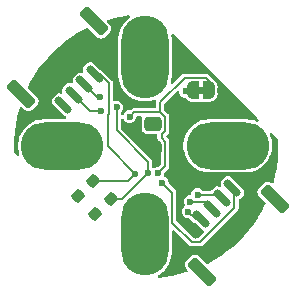
<source format=gbr>
%TF.GenerationSoftware,KiCad,Pcbnew,8.0.7*%
%TF.CreationDate,2025-03-05T23:48:34-06:00*%
%TF.ProjectId,MagEncoder,4d616745-6e63-46f6-9465-722e6b696361,rev?*%
%TF.SameCoordinates,Original*%
%TF.FileFunction,Copper,L2,Bot*%
%TF.FilePolarity,Positive*%
%FSLAX46Y46*%
G04 Gerber Fmt 4.6, Leading zero omitted, Abs format (unit mm)*
G04 Created by KiCad (PCBNEW 8.0.7) date 2025-03-05 23:48:34*
%MOMM*%
%LPD*%
G01*
G04 APERTURE LIST*
G04 Aperture macros list*
%AMRoundRect*
0 Rectangle with rounded corners*
0 $1 Rounding radius*
0 $2 $3 $4 $5 $6 $7 $8 $9 X,Y pos of 4 corners*
0 Add a 4 corners polygon primitive as box body*
4,1,4,$2,$3,$4,$5,$6,$7,$8,$9,$2,$3,0*
0 Add four circle primitives for the rounded corners*
1,1,$1+$1,$2,$3*
1,1,$1+$1,$4,$5*
1,1,$1+$1,$6,$7*
1,1,$1+$1,$8,$9*
0 Add four rect primitives between the rounded corners*
20,1,$1+$1,$2,$3,$4,$5,0*
20,1,$1+$1,$4,$5,$6,$7,0*
20,1,$1+$1,$6,$7,$8,$9,0*
20,1,$1+$1,$8,$9,$2,$3,0*%
%AMFreePoly0*
4,1,19,0.500000,-0.750000,0.000000,-0.750000,0.000000,-0.744911,-0.071157,-0.744911,-0.207708,-0.704816,-0.327430,-0.627875,-0.420627,-0.520320,-0.479746,-0.390866,-0.500000,-0.250000,-0.500000,0.250000,-0.479746,0.390866,-0.420627,0.520320,-0.327430,0.627875,-0.207708,0.704816,-0.071157,0.744911,0.000000,0.744911,0.000000,0.750000,0.500000,0.750000,0.500000,-0.750000,0.500000,-0.750000,
$1*%
%AMFreePoly1*
4,1,19,0.000000,0.744911,0.071157,0.744911,0.207708,0.704816,0.327430,0.627875,0.420627,0.520320,0.479746,0.390866,0.500000,0.250000,0.500000,-0.250000,0.479746,-0.390866,0.420627,-0.520320,0.327430,-0.627875,0.207708,-0.704816,0.071157,-0.744911,0.000000,-0.744911,0.000000,-0.750000,-0.500000,-0.750000,-0.500000,0.750000,0.000000,0.750000,0.000000,0.744911,0.000000,0.744911,
$1*%
G04 Aperture macros list end*
%TA.AperFunction,EtchedComponent*%
%ADD10C,0.000000*%
%TD*%
%TA.AperFunction,SMDPad,CuDef*%
%ADD11FreePoly0,180.000000*%
%TD*%
%TA.AperFunction,SMDPad,CuDef*%
%ADD12FreePoly1,180.000000*%
%TD*%
%TA.AperFunction,SMDPad,CuDef*%
%ADD13RoundRect,0.237500X-0.008839X-0.344715X0.344715X0.008839X0.008839X0.344715X-0.344715X-0.008839X0*%
%TD*%
%TA.AperFunction,SMDPad,CuDef*%
%ADD14RoundRect,0.250000X-0.475000X0.337500X-0.475000X-0.337500X0.475000X-0.337500X0.475000X0.337500X0*%
%TD*%
%TA.AperFunction,SMDPad,CuDef*%
%ADD15RoundRect,0.150000X-0.388909X0.601041X-0.601041X0.388909X0.388909X-0.601041X0.601041X-0.388909X0*%
%TD*%
%TA.AperFunction,SMDPad,CuDef*%
%ADD16RoundRect,0.250000X-0.601041X0.954594X-0.954594X0.601041X0.601041X-0.954594X0.954594X-0.601041X0*%
%TD*%
%TA.AperFunction,ComponentPad*%
%ADD17O,7.000000X4.000000*%
%TD*%
%TA.AperFunction,ComponentPad*%
%ADD18O,4.000000X7.000000*%
%TD*%
%TA.AperFunction,SMDPad,CuDef*%
%ADD19RoundRect,0.150000X0.388909X-0.601041X0.601041X-0.388909X-0.388909X0.601041X-0.601041X0.388909X0*%
%TD*%
%TA.AperFunction,SMDPad,CuDef*%
%ADD20RoundRect,0.250000X0.601041X-0.954594X0.954594X-0.601041X-0.601041X0.954594X-0.954594X0.601041X0*%
%TD*%
%TA.AperFunction,ViaPad*%
%ADD21C,0.600000*%
%TD*%
%TA.AperFunction,Conductor*%
%ADD22C,0.200000*%
%TD*%
G04 APERTURE END LIST*
D10*
%TA.AperFunction,EtchedComponent*%
%TO.C,JP1*%
G36*
X151283345Y-91705687D02*
G01*
X150783345Y-91705687D01*
X150783345Y-91105687D01*
X151283345Y-91105687D01*
X151283345Y-91705687D01*
G37*
%TD.AperFunction*%
%TD*%
D11*
%TO.P,JP1,1,A*%
%TO.N,/VDD{slash}CSN*%
X151683345Y-91405687D03*
D12*
%TO.P,JP1,2,B*%
%TO.N,+5V*%
X150383345Y-91405687D03*
%TD*%
D13*
%TO.P,R2,1*%
%TO.N,+5V*%
X140604765Y-100395235D03*
%TO.P,R2,2*%
%TO.N,/SDA{slash}DO*%
X141895235Y-99104765D03*
%TD*%
%TO.P,R1,1*%
%TO.N,+5V*%
X142104765Y-101895235D03*
%TO.P,R1,2*%
%TO.N,/SCL{slash}CLK*%
X143395235Y-100604765D03*
%TD*%
D14*
%TO.P,C1,1*%
%TO.N,+5V*%
X147000000Y-94250000D03*
%TO.P,C1,2*%
%TO.N,GND*%
X147000000Y-96325000D03*
%TD*%
D15*
%TO.P,J2,1,Pin_1*%
%TO.N,Net-(J2-Pin_1)*%
X153709619Y-99674086D03*
%TO.P,J2,2,Pin_2*%
%TO.N,Net-(J2-Pin_2)*%
X152825736Y-100557969D03*
%TO.P,J2,3,Pin_3*%
%TO.N,Net-(J2-Pin_3)*%
X151941852Y-101441852D03*
%TO.P,J2,4,Pin_4*%
%TO.N,Net-(J2-Pin_4)*%
X151057969Y-102325736D03*
%TO.P,J2,5,Pin_5*%
%TO.N,GND*%
X150174086Y-103209619D03*
D16*
%TO.P,J2,MP*%
%TO.N,N/C*%
X157280509Y-100628680D03*
X151128680Y-106780509D03*
%TD*%
D17*
%TO.P,REF\u002A\u002A,1*%
%TO.N,N/C*%
X153308345Y-96105687D03*
D18*
X146308345Y-88605687D03*
X146308345Y-103605687D03*
D17*
X139308345Y-96105687D03*
%TD*%
D19*
%TO.P,J1,1,Pin_1*%
%TO.N,+5V*%
X139398726Y-92681601D03*
%TO.P,J1,2,Pin_2*%
%TO.N,/VDD{slash}CSN*%
X140282609Y-91797718D03*
%TO.P,J1,3,Pin_3*%
%TO.N,/SCL{slash}CLK*%
X141166493Y-90913835D03*
%TO.P,J1,4,Pin_4*%
%TO.N,/SDA{slash}DO*%
X142050376Y-90029951D03*
%TO.P,J1,5,Pin_5*%
%TO.N,GND*%
X142934259Y-89146068D03*
D20*
%TO.P,J1,MP*%
%TO.N,N/C*%
X135827836Y-91727007D03*
X141979665Y-85575178D03*
%TD*%
D21*
%TO.N,+5V*%
X139500000Y-92750000D03*
%TO.N,GND*%
X138000000Y-93000000D03*
X150174086Y-103209619D03*
X144665197Y-92634469D03*
X148750000Y-93000000D03*
%TO.N,Net-(J2-Pin_2)*%
X150750000Y-100250000D03*
%TO.N,Net-(J2-Pin_3)*%
X150148957Y-100851043D03*
%TO.N,Net-(J2-Pin_4)*%
X149958798Y-101679502D03*
%TO.N,/VDD{slash}CSN*%
X142595137Y-93154863D03*
X144990857Y-93648777D03*
%TO.N,/SCL{slash}CLK*%
X142500000Y-92000000D03*
X143894142Y-92849660D03*
%TO.N,Net-(J2-Pin_1)*%
X147751975Y-99231877D03*
%TO.N,GND*%
X145321768Y-94431721D03*
%TO.N,/VDD{slash}CSN*%
X147393729Y-98438143D03*
%TO.N,/SDA{slash}DO*%
X145462615Y-98479391D03*
%TO.N,/SCL{slash}CLK*%
X146545949Y-98376709D03*
%TO.N,+5V*%
X140604765Y-100395235D03*
X142104765Y-101895235D03*
X147000000Y-94250000D03*
%TO.N,GND*%
X146308345Y-96055687D03*
%TO.N,+5V*%
X149750000Y-91500000D03*
%TD*%
D22*
%TO.N,/VDD{slash}CSN*%
X145389634Y-93250000D02*
X144990857Y-93648777D01*
X147597244Y-93250000D02*
X145389634Y-93250000D01*
%TO.N,/SDA{slash}DO*%
X143150000Y-93519239D02*
X143150000Y-96166776D01*
%TO.N,/SCL{slash}CLK*%
X143894142Y-94816386D02*
X143894142Y-92849660D01*
%TO.N,/SDA{slash}DO*%
X143245137Y-90800448D02*
X143245137Y-93424102D01*
%TO.N,/VDD{slash}CSN*%
X140282609Y-91797718D02*
X141639754Y-93154863D01*
%TO.N,/SDA{slash}DO*%
X142474640Y-90029951D02*
X143245137Y-90800448D01*
X143245137Y-93424102D02*
X143150000Y-93519239D01*
%TO.N,/SCL{slash}CLK*%
X146545949Y-97468193D02*
X143894142Y-94816386D01*
%TO.N,/SDA{slash}DO*%
X143150000Y-96166776D02*
X145462615Y-98479391D01*
%TO.N,/SCL{slash}CLK*%
X146545949Y-98376709D02*
X146545949Y-97468193D01*
%TO.N,/SDA{slash}DO*%
X142050376Y-90029951D02*
X142474640Y-90029951D01*
%TO.N,/VDD{slash}CSN*%
X141639754Y-93154863D02*
X142595137Y-93154863D01*
%TO.N,Net-(J2-Pin_1)*%
X147751975Y-99231877D02*
X148608345Y-100088247D01*
X148608345Y-100088247D02*
X148608345Y-102608345D01*
X148608345Y-102608345D02*
X150263598Y-104263598D01*
X150263598Y-104263598D02*
X150986402Y-104263598D01*
X150986402Y-104263598D02*
X153879715Y-101370285D01*
X153879715Y-101370285D02*
X153879715Y-99844182D01*
X153879715Y-99844182D02*
X153709619Y-99674086D01*
%TO.N,/VDD{slash}CSN*%
X147709744Y-95137500D02*
X147709744Y-95437500D01*
X148025000Y-94822244D02*
X147709744Y-95137500D01*
X148025000Y-95752756D02*
X148025000Y-97806872D01*
X147709744Y-95437500D02*
X148025000Y-95752756D01*
X147597244Y-93250000D02*
X148025000Y-93677756D01*
X148025000Y-93677756D02*
X148025000Y-94822244D01*
%TO.N,/SCL{slash}CLK*%
X143395235Y-100604765D02*
X144317893Y-100604765D01*
X144317893Y-100604765D02*
X146545949Y-98376709D01*
%TO.N,/VDD{slash}CSN*%
X148025000Y-97806872D02*
X147393729Y-98438143D01*
%TO.N,Net-(J2-Pin_2)*%
X150750000Y-100250000D02*
X152517767Y-100250000D01*
X152517767Y-100250000D02*
X152825736Y-100557969D01*
%TO.N,Net-(J2-Pin_3)*%
X151941852Y-101441852D02*
X151351043Y-100851043D01*
%TO.N,Net-(J2-Pin_4)*%
X150605032Y-102325736D02*
X149958798Y-101679502D01*
X151057969Y-102325736D02*
X150605032Y-102325736D01*
%TO.N,Net-(J2-Pin_3)*%
X151351043Y-100851043D02*
X150148957Y-100851043D01*
%TO.N,/SDA{slash}DO*%
X141895235Y-99104765D02*
X144837241Y-99104765D01*
X144837241Y-99104765D02*
X145462615Y-98479391D01*
%TO.N,/VDD{slash}CSN*%
X151758345Y-91405687D02*
X151758345Y-90650687D01*
X151758345Y-90650687D02*
X151458345Y-90350687D01*
X151458345Y-90350687D02*
X149649313Y-90350687D01*
X149649313Y-90350687D02*
X147597244Y-92402756D01*
X147597244Y-92402756D02*
X147597244Y-93250000D01*
%TO.N,/SCL{slash}CLK*%
X142500000Y-92000000D02*
X142252658Y-92000000D01*
X142252658Y-92000000D02*
X141166493Y-90913835D01*
%TD*%
%TA.AperFunction,Conductor*%
%TO.N,GND*%
G36*
X148725675Y-86653266D02*
G01*
X148745376Y-86669391D01*
X155879153Y-93851965D01*
X155884720Y-93857570D01*
X155917995Y-93919007D01*
X155912773Y-93988681D01*
X155870712Y-94044472D01*
X155805164Y-94068665D01*
X155749288Y-94059513D01*
X155533312Y-93970053D01*
X155533300Y-93970049D01*
X155533297Y-93970048D01*
X155248338Y-93893694D01*
X155199458Y-93887258D01*
X154955858Y-93855187D01*
X154955851Y-93855187D01*
X151660839Y-93855187D01*
X151660831Y-93855187D01*
X151382430Y-93891840D01*
X151368352Y-93893694D01*
X151174183Y-93945721D01*
X151083393Y-93970048D01*
X151083383Y-93970051D01*
X150810844Y-94082941D01*
X150810834Y-94082945D01*
X150555351Y-94230448D01*
X150321304Y-94410039D01*
X150321297Y-94410045D01*
X150112703Y-94618639D01*
X150112697Y-94618646D01*
X149933106Y-94852693D01*
X149785603Y-95108176D01*
X149785599Y-95108186D01*
X149672709Y-95380725D01*
X149672706Y-95380735D01*
X149599831Y-95652712D01*
X149596353Y-95665691D01*
X149596351Y-95665702D01*
X149557845Y-95958173D01*
X149557845Y-96253200D01*
X149559248Y-96263853D01*
X149596352Y-96545680D01*
X149649217Y-96742975D01*
X149672706Y-96830638D01*
X149672709Y-96830648D01*
X149785599Y-97103187D01*
X149785603Y-97103197D01*
X149933106Y-97358680D01*
X150112697Y-97592727D01*
X150112703Y-97592734D01*
X150321297Y-97801328D01*
X150321304Y-97801334D01*
X150555351Y-97980925D01*
X150810834Y-98128428D01*
X150810835Y-98128428D01*
X150810838Y-98128430D01*
X151083393Y-98241326D01*
X151368352Y-98317680D01*
X151660839Y-98356187D01*
X151660846Y-98356187D01*
X154955844Y-98356187D01*
X154955851Y-98356187D01*
X155248338Y-98317680D01*
X155533297Y-98241326D01*
X155805852Y-98128430D01*
X156061339Y-97980925D01*
X156295387Y-97801333D01*
X156503991Y-97592729D01*
X156683583Y-97358681D01*
X156831088Y-97103194D01*
X156943984Y-96830639D01*
X157020338Y-96545680D01*
X157058845Y-96253193D01*
X157058845Y-95958181D01*
X157020338Y-95665694D01*
X156943984Y-95380735D01*
X156916282Y-95313856D01*
X156860216Y-95178500D01*
X156852747Y-95109030D01*
X156884022Y-95046551D01*
X156944111Y-95010899D01*
X157013936Y-95013393D01*
X157062755Y-95043664D01*
X157217848Y-95199817D01*
X157512412Y-95496397D01*
X157545687Y-95557834D01*
X157548231Y-95576727D01*
X157572363Y-96000384D01*
X157572564Y-96007701D01*
X157571189Y-96650763D01*
X157570957Y-96658079D01*
X157531645Y-97299920D01*
X157530982Y-97307209D01*
X157453869Y-97945618D01*
X157452777Y-97952855D01*
X157338136Y-98585580D01*
X157336620Y-98592740D01*
X157186679Y-99210061D01*
X157151727Y-99270561D01*
X157089616Y-99302560D01*
X157020064Y-99295899D01*
X156988377Y-99277346D01*
X156952841Y-99248709D01*
X156952837Y-99248707D01*
X156821925Y-99188920D01*
X156699949Y-99171383D01*
X156679468Y-99168439D01*
X156679467Y-99168439D01*
X156537011Y-99188920D01*
X156406097Y-99248707D01*
X156406092Y-99248710D01*
X156359417Y-99286324D01*
X156359410Y-99286330D01*
X155938161Y-99707580D01*
X155938152Y-99707590D01*
X155900537Y-99754265D01*
X155840749Y-99885182D01*
X155820268Y-100027638D01*
X155840749Y-100170096D01*
X155900536Y-100301009D01*
X155900537Y-100301010D01*
X155900538Y-100301012D01*
X155938157Y-100347695D01*
X155938160Y-100347698D01*
X155938165Y-100347704D01*
X156485078Y-100894616D01*
X156518563Y-100955939D01*
X156513579Y-101025630D01*
X156510851Y-101032339D01*
X156505592Y-101044262D01*
X156502444Y-101050865D01*
X156208686Y-101622900D01*
X156205151Y-101629310D01*
X155878159Y-102183008D01*
X155874253Y-102189197D01*
X155515162Y-102722639D01*
X155510897Y-102728588D01*
X155120954Y-103239918D01*
X155116346Y-103245604D01*
X154696917Y-103733034D01*
X154691981Y-103738439D01*
X154244530Y-104200266D01*
X154239285Y-104205370D01*
X153765354Y-104640004D01*
X153759816Y-104644790D01*
X153261059Y-105050712D01*
X153255248Y-105055162D01*
X152733433Y-105430932D01*
X152727370Y-105435032D01*
X152184277Y-105779371D01*
X152177983Y-105783106D01*
X151625705Y-106089160D01*
X151557526Y-106104438D01*
X151491910Y-106080430D01*
X151477925Y-106068387D01*
X150847695Y-105438158D01*
X150801012Y-105400538D01*
X150801008Y-105400536D01*
X150670096Y-105340749D01*
X150548120Y-105323212D01*
X150527639Y-105320268D01*
X150527638Y-105320268D01*
X150385182Y-105340749D01*
X150254268Y-105400536D01*
X150254263Y-105400539D01*
X150207588Y-105438153D01*
X150207581Y-105438159D01*
X149786332Y-105859409D01*
X149786323Y-105859419D01*
X149748708Y-105906094D01*
X149688920Y-106037011D01*
X149668439Y-106179467D01*
X149688920Y-106321925D01*
X149748707Y-106452838D01*
X149748708Y-106452839D01*
X149748709Y-106452841D01*
X149786328Y-106499524D01*
X149900422Y-106613618D01*
X149933906Y-106674939D01*
X149928922Y-106744631D01*
X149887051Y-106800565D01*
X149852796Y-106818650D01*
X149811786Y-106832648D01*
X149804792Y-106834807D01*
X149185031Y-107006262D01*
X149177923Y-107008005D01*
X148549112Y-107142598D01*
X148541912Y-107143918D01*
X147906263Y-107241175D01*
X147898998Y-107242068D01*
X147521522Y-107277195D01*
X147452948Y-107263806D01*
X147402497Y-107215469D01*
X147386188Y-107147529D01*
X147409199Y-107081558D01*
X147448029Y-107046344D01*
X147561339Y-106980925D01*
X147795387Y-106801333D01*
X148003991Y-106592729D01*
X148183583Y-106358681D01*
X148331088Y-106103194D01*
X148443984Y-105830639D01*
X148520338Y-105545680D01*
X148558845Y-105253193D01*
X148558845Y-103353888D01*
X148578530Y-103286849D01*
X148631334Y-103241094D01*
X148700492Y-103231150D01*
X148764048Y-103260175D01*
X148770526Y-103266207D01*
X149983129Y-104478810D01*
X150048386Y-104544067D01*
X150048389Y-104544068D01*
X150048392Y-104544071D01*
X150128304Y-104590209D01*
X150128305Y-104590209D01*
X150128310Y-104590212D01*
X150217454Y-104614098D01*
X150217456Y-104614098D01*
X151032544Y-104614098D01*
X151032546Y-104614098D01*
X151121690Y-104590212D01*
X151201614Y-104544068D01*
X154160184Y-101585498D01*
X154206329Y-101505573D01*
X154208393Y-101497871D01*
X154230215Y-101416429D01*
X154230215Y-100737676D01*
X154249900Y-100670637D01*
X154281330Y-100637358D01*
X154307086Y-100618645D01*
X154359437Y-100580610D01*
X154616142Y-100323904D01*
X154671956Y-100247084D01*
X154711159Y-100126428D01*
X154711159Y-99999562D01*
X154671956Y-99878905D01*
X154659610Y-99861913D01*
X154634642Y-99827547D01*
X154616143Y-99802086D01*
X154100381Y-99286324D01*
X153581619Y-98767562D01*
X153504802Y-98711750D01*
X153504800Y-98711749D01*
X153474635Y-98701948D01*
X153384146Y-98672546D01*
X153384143Y-98672546D01*
X153257277Y-98672546D01*
X153257273Y-98672546D01*
X153136620Y-98711749D01*
X153059804Y-98767559D01*
X153059798Y-98767564D01*
X152803099Y-99024264D01*
X152803095Y-99024268D01*
X152747283Y-99101085D01*
X152747282Y-99101088D01*
X152708079Y-99221740D01*
X152708079Y-99348607D01*
X152708080Y-99348615D01*
X152732899Y-99425001D01*
X152734894Y-99494842D01*
X152698813Y-99554674D01*
X152636112Y-99585502D01*
X152576651Y-99581249D01*
X152500265Y-99556430D01*
X152500261Y-99556429D01*
X152500260Y-99556429D01*
X152373394Y-99556429D01*
X152373390Y-99556429D01*
X152252737Y-99595632D01*
X152175921Y-99651442D01*
X152175915Y-99651447D01*
X151964183Y-99863181D01*
X151902860Y-99896666D01*
X151876502Y-99899500D01*
X151236092Y-99899500D01*
X151169053Y-99879815D01*
X151149587Y-99861913D01*
X151148372Y-99863129D01*
X151142627Y-99857384D01*
X151142621Y-99857379D01*
X151027625Y-99769139D01*
X151027624Y-99769138D01*
X151027622Y-99769137D01*
X150893712Y-99713671D01*
X150893710Y-99713670D01*
X150893709Y-99713670D01*
X150821854Y-99704210D01*
X150750001Y-99694750D01*
X150749999Y-99694750D01*
X150606291Y-99713670D01*
X150606287Y-99713671D01*
X150472377Y-99769137D01*
X150357379Y-99857379D01*
X150269137Y-99972377D01*
X150213671Y-100106287D01*
X150213670Y-100106291D01*
X150201842Y-100196132D01*
X150173575Y-100260028D01*
X150115251Y-100298499D01*
X150095089Y-100302885D01*
X150005248Y-100314713D01*
X150005244Y-100314714D01*
X149871334Y-100370180D01*
X149756336Y-100458422D01*
X149668094Y-100573420D01*
X149612628Y-100707330D01*
X149612627Y-100707334D01*
X149593707Y-100851043D01*
X149607801Y-100958099D01*
X149612627Y-100994751D01*
X149656832Y-101101475D01*
X149664300Y-101170944D01*
X149633024Y-101233423D01*
X149617758Y-101247301D01*
X149566178Y-101286880D01*
X149477935Y-101401879D01*
X149422469Y-101535789D01*
X149422468Y-101535793D01*
X149403548Y-101679501D01*
X149403548Y-101679502D01*
X149422468Y-101823210D01*
X149422469Y-101823214D01*
X149477935Y-101957124D01*
X149477936Y-101957126D01*
X149477937Y-101957127D01*
X149566177Y-102072123D01*
X149681173Y-102160363D01*
X149681174Y-102160363D01*
X149681175Y-102160364D01*
X149725811Y-102178852D01*
X149815089Y-102215832D01*
X149958798Y-102234752D01*
X149966927Y-102234752D01*
X149966927Y-102238330D01*
X150019768Y-102246533D01*
X150054676Y-102271062D01*
X150389820Y-102606206D01*
X150467773Y-102651212D01*
X150469744Y-102652350D01*
X150558888Y-102676236D01*
X150578583Y-102676236D01*
X150645622Y-102695921D01*
X150666264Y-102712555D01*
X151185969Y-103232259D01*
X151262788Y-103288073D01*
X151262790Y-103288073D01*
X151263172Y-103288351D01*
X151305837Y-103343682D01*
X151311816Y-103413295D01*
X151279210Y-103475090D01*
X151277967Y-103476350D01*
X150877539Y-103876779D01*
X150816216Y-103910264D01*
X150789858Y-103913098D01*
X150460141Y-103913098D01*
X150393102Y-103893413D01*
X150372460Y-103876779D01*
X148995164Y-102499482D01*
X148961679Y-102438159D01*
X148958845Y-102411801D01*
X148958845Y-100042105D01*
X148958845Y-100042103D01*
X148934959Y-99952959D01*
X148909089Y-99908151D01*
X148888815Y-99873035D01*
X148343535Y-99327755D01*
X148310050Y-99266432D01*
X148308958Y-99240006D01*
X148307225Y-99240006D01*
X148307225Y-99231877D01*
X148304353Y-99210061D01*
X148288305Y-99088168D01*
X148241869Y-98976060D01*
X148232837Y-98954254D01*
X148232836Y-98954253D01*
X148232836Y-98954252D01*
X148144596Y-98839256D01*
X148029600Y-98751016D01*
X148029596Y-98751014D01*
X147999389Y-98738502D01*
X147944985Y-98694661D01*
X147922920Y-98628367D01*
X147929810Y-98590200D01*
X147927955Y-98589703D01*
X147930055Y-98581860D01*
X147930059Y-98581852D01*
X147948979Y-98438143D01*
X147948979Y-98438142D01*
X147948979Y-98430014D01*
X147952778Y-98430014D01*
X147960117Y-98378561D01*
X147985283Y-98342269D01*
X148305470Y-98022084D01*
X148351614Y-97942160D01*
X148356442Y-97924141D01*
X148375500Y-97853016D01*
X148375500Y-95706612D01*
X148351614Y-95617468D01*
X148351611Y-95617462D01*
X148305473Y-95537550D01*
X148305470Y-95537547D01*
X148305469Y-95537544D01*
X148240212Y-95472287D01*
X148143104Y-95375178D01*
X148109621Y-95313856D01*
X148114605Y-95244165D01*
X148143102Y-95199822D01*
X148305469Y-95037456D01*
X148351614Y-94957532D01*
X148353462Y-94950636D01*
X148375500Y-94868388D01*
X148375500Y-93631612D01*
X148351614Y-93542468D01*
X148351611Y-93542462D01*
X148305473Y-93462550D01*
X148305470Y-93462547D01*
X148305469Y-93462544D01*
X148240212Y-93397287D01*
X148117526Y-93274601D01*
X147984063Y-93141137D01*
X147950578Y-93079814D01*
X147947744Y-93053456D01*
X147947744Y-92599299D01*
X147967429Y-92532260D01*
X147984058Y-92511623D01*
X148993793Y-91501887D01*
X149055114Y-91468404D01*
X149124806Y-91473388D01*
X149180739Y-91515260D01*
X149204411Y-91573383D01*
X149213670Y-91643708D01*
X149213671Y-91643712D01*
X149269137Y-91777622D01*
X149269138Y-91777624D01*
X149269139Y-91777625D01*
X149357379Y-91892621D01*
X149472375Y-91980861D01*
X149472376Y-91980861D01*
X149472377Y-91980862D01*
X149488077Y-91987365D01*
X149606291Y-92036330D01*
X149681261Y-92046200D01*
X149745158Y-92074467D01*
X149762396Y-92092758D01*
X149762399Y-92092756D01*
X149762454Y-92092820D01*
X149764328Y-92094808D01*
X149765289Y-92096091D01*
X149765293Y-92096096D01*
X149765298Y-92096103D01*
X149859452Y-92204764D01*
X149880907Y-92223355D01*
X149914414Y-92252389D01*
X150035362Y-92330118D01*
X150035365Y-92330119D01*
X150035368Y-92330121D01*
X150101519Y-92360331D01*
X150239474Y-92400838D01*
X150311456Y-92411187D01*
X150311458Y-92411187D01*
X150883347Y-92411187D01*
X150883348Y-92411186D01*
X150981121Y-92391738D01*
X150981126Y-92391734D01*
X150985885Y-92389764D01*
X151055354Y-92382291D01*
X151080805Y-92389764D01*
X151085564Y-92391735D01*
X151085569Y-92391738D01*
X151085573Y-92391738D01*
X151085574Y-92391739D01*
X151183340Y-92411186D01*
X151183343Y-92411187D01*
X151183345Y-92411187D01*
X151755232Y-92411187D01*
X151755234Y-92411187D01*
X151827216Y-92400838D01*
X151965171Y-92360331D01*
X152031322Y-92330121D01*
X152055799Y-92314391D01*
X152066912Y-92307249D01*
X152152276Y-92252389D01*
X152207238Y-92204764D01*
X152223852Y-92185590D01*
X152301383Y-92096114D01*
X152301385Y-92096111D01*
X152301392Y-92096103D01*
X152340708Y-92034926D01*
X152340711Y-92034918D01*
X152340714Y-92034914D01*
X152378719Y-91951694D01*
X152400436Y-91904141D01*
X152420924Y-91834364D01*
X152441386Y-91692049D01*
X152441386Y-91619326D01*
X152440107Y-91610429D01*
X152438845Y-91592784D01*
X152438845Y-91218589D01*
X152440107Y-91200943D01*
X152441386Y-91192048D01*
X152441386Y-91119325D01*
X152423121Y-90992287D01*
X152420925Y-90977015D01*
X152415262Y-90957727D01*
X152400436Y-90907233D01*
X152365461Y-90830648D01*
X152340714Y-90776459D01*
X152340705Y-90776443D01*
X152307876Y-90725361D01*
X152301392Y-90715271D01*
X152301388Y-90715266D01*
X152301383Y-90715259D01*
X152207238Y-90606609D01*
X152152275Y-90558984D01*
X152110562Y-90532177D01*
X152070212Y-90489856D01*
X152065845Y-90482292D01*
X152038817Y-90435478D01*
X152038813Y-90435473D01*
X151673558Y-90070218D01*
X151673553Y-90070214D01*
X151593635Y-90024074D01*
X151593634Y-90024073D01*
X151593633Y-90024073D01*
X151504489Y-90000187D01*
X149695457Y-90000187D01*
X149603169Y-90000187D01*
X149514025Y-90024073D01*
X149514022Y-90024074D01*
X149434104Y-90070214D01*
X149434099Y-90070218D01*
X148687139Y-90817177D01*
X148625816Y-90850662D01*
X148556124Y-90845678D01*
X148500191Y-90803806D01*
X148475774Y-90738342D01*
X148479682Y-90697410D01*
X148520338Y-90545680D01*
X148558845Y-90253193D01*
X148558845Y-86958181D01*
X148557474Y-86947771D01*
X148534460Y-86772962D01*
X148545225Y-86703926D01*
X148591605Y-86651670D01*
X148658874Y-86632785D01*
X148725675Y-86653266D01*
G37*
%TD.AperFunction*%
%TA.AperFunction,Conductor*%
G36*
X145995634Y-93620185D02*
G01*
X146041389Y-93672989D01*
X146051333Y-93742147D01*
X146044777Y-93767832D01*
X146030910Y-93805011D01*
X146030909Y-93805015D01*
X146030909Y-93805017D01*
X146024500Y-93864627D01*
X146024500Y-93864634D01*
X146024500Y-93864635D01*
X146024500Y-94635370D01*
X146024501Y-94635376D01*
X146030908Y-94694983D01*
X146081202Y-94829828D01*
X146081206Y-94829835D01*
X146167452Y-94945044D01*
X146167455Y-94945047D01*
X146282664Y-95031293D01*
X146282671Y-95031297D01*
X146417517Y-95081591D01*
X146417516Y-95081591D01*
X146424444Y-95082335D01*
X146477127Y-95088000D01*
X147235244Y-95087999D01*
X147302283Y-95107683D01*
X147348038Y-95160487D01*
X147359244Y-95211999D01*
X147359244Y-95483644D01*
X147383130Y-95572788D01*
X147408922Y-95617462D01*
X147429275Y-95652713D01*
X147638181Y-95861618D01*
X147671666Y-95922941D01*
X147674500Y-95949299D01*
X147674500Y-97610327D01*
X147654815Y-97677366D01*
X147638181Y-97698009D01*
X147489606Y-97846583D01*
X147428283Y-97880067D01*
X147401857Y-97881351D01*
X147401857Y-97882893D01*
X147393729Y-97882893D01*
X147250020Y-97901813D01*
X147250016Y-97901814D01*
X147116105Y-97957281D01*
X147116103Y-97957282D01*
X147095935Y-97972758D01*
X147030766Y-97997952D01*
X146962321Y-97983913D01*
X146912331Y-97935099D01*
X146896449Y-97874382D01*
X146896449Y-97422051D01*
X146896449Y-97422049D01*
X146872563Y-97332905D01*
X146872560Y-97332899D01*
X146826422Y-97252987D01*
X146826419Y-97252984D01*
X146826418Y-97252981D01*
X146761161Y-97187724D01*
X144280961Y-94707523D01*
X144247476Y-94646200D01*
X144244642Y-94619842D01*
X144244642Y-93909169D01*
X144264327Y-93842130D01*
X144317131Y-93796375D01*
X144386289Y-93786431D01*
X144449845Y-93815456D01*
X144483203Y-93861717D01*
X144509994Y-93926399D01*
X144509995Y-93926401D01*
X144509996Y-93926402D01*
X144598236Y-94041398D01*
X144713232Y-94129638D01*
X144847148Y-94185107D01*
X144974137Y-94201825D01*
X144990856Y-94204027D01*
X144990857Y-94204027D01*
X144990858Y-94204027D01*
X145005834Y-94202055D01*
X145134566Y-94185107D01*
X145268482Y-94129638D01*
X145383478Y-94041398D01*
X145471718Y-93926402D01*
X145527187Y-93792486D01*
X145538269Y-93708314D01*
X145566536Y-93644417D01*
X145624861Y-93605947D01*
X145661208Y-93600500D01*
X145928595Y-93600500D01*
X145995634Y-93620185D01*
G37*
%TD.AperFunction*%
%TA.AperFunction,Conductor*%
G36*
X144962572Y-85075825D02*
G01*
X145014122Y-85122988D01*
X145031991Y-85190534D01*
X145010505Y-85257018D01*
X144983523Y-85285565D01*
X144821297Y-85410045D01*
X144612703Y-85618639D01*
X144612697Y-85618646D01*
X144433106Y-85852693D01*
X144285603Y-86108176D01*
X144285599Y-86108186D01*
X144172709Y-86380725D01*
X144172706Y-86380735D01*
X144096353Y-86665691D01*
X144096351Y-86665702D01*
X144057845Y-86958173D01*
X144057845Y-90253200D01*
X144081843Y-90435473D01*
X144096352Y-90545680D01*
X144172706Y-90830638D01*
X144172709Y-90830648D01*
X144285599Y-91103187D01*
X144285603Y-91103197D01*
X144433106Y-91358680D01*
X144612697Y-91592727D01*
X144612703Y-91592734D01*
X144821297Y-91801328D01*
X144821304Y-91801334D01*
X145055351Y-91980925D01*
X145310834Y-92128428D01*
X145310835Y-92128428D01*
X145310838Y-92128430D01*
X145583393Y-92241326D01*
X145868352Y-92317680D01*
X146144956Y-92354096D01*
X146160390Y-92356128D01*
X146160839Y-92356187D01*
X146160846Y-92356187D01*
X146455844Y-92356187D01*
X146455851Y-92356187D01*
X146748338Y-92317680D01*
X147033297Y-92241326D01*
X147076683Y-92223354D01*
X147146150Y-92215886D01*
X147208630Y-92247160D01*
X147244283Y-92307249D01*
X147246741Y-92348485D01*
X147246744Y-92348485D01*
X147246744Y-92348542D01*
X147247075Y-92354096D01*
X147246744Y-92356610D01*
X147246744Y-92775500D01*
X147227059Y-92842539D01*
X147174255Y-92888294D01*
X147122744Y-92899500D01*
X145343490Y-92899500D01*
X145254346Y-92923386D01*
X145254343Y-92923387D01*
X145174424Y-92969528D01*
X145086732Y-93057218D01*
X145025408Y-93090702D01*
X144998985Y-93091962D01*
X144998985Y-93093527D01*
X144990857Y-93093527D01*
X144847148Y-93112447D01*
X144847144Y-93112448D01*
X144713234Y-93167914D01*
X144598236Y-93256156D01*
X144540485Y-93331419D01*
X144509994Y-93371155D01*
X144483203Y-93435836D01*
X144439362Y-93490240D01*
X144373068Y-93512305D01*
X144305369Y-93495026D01*
X144257758Y-93443889D01*
X144244642Y-93388384D01*
X144244642Y-93335752D01*
X144264327Y-93268713D01*
X144282256Y-93249269D01*
X144281016Y-93248029D01*
X144286761Y-93242283D01*
X144286763Y-93242281D01*
X144375003Y-93127285D01*
X144430472Y-92993369D01*
X144449392Y-92849660D01*
X144448454Y-92842539D01*
X144442756Y-92799257D01*
X144430472Y-92705951D01*
X144375003Y-92572035D01*
X144286763Y-92457039D01*
X144171767Y-92368799D01*
X144171766Y-92368798D01*
X144171764Y-92368797D01*
X144037854Y-92313331D01*
X144037852Y-92313330D01*
X144037851Y-92313330D01*
X143965996Y-92303870D01*
X143894143Y-92294410D01*
X143894141Y-92294410D01*
X143842616Y-92301193D01*
X143750433Y-92313330D01*
X143750432Y-92313330D01*
X143742376Y-92314391D01*
X143742160Y-92312757D01*
X143681866Y-92311314D01*
X143624008Y-92272145D01*
X143596512Y-92207913D01*
X143595637Y-92193207D01*
X143595637Y-90754306D01*
X143595637Y-90754304D01*
X143571751Y-90665160D01*
X143571748Y-90665154D01*
X143525610Y-90585242D01*
X143525607Y-90585239D01*
X143525606Y-90585236D01*
X143460349Y-90519979D01*
X142689852Y-89749481D01*
X142689851Y-89749480D01*
X142689848Y-89749478D01*
X142609930Y-89703338D01*
X142609929Y-89703337D01*
X142609928Y-89703337D01*
X142520784Y-89679451D01*
X142520783Y-89679451D01*
X142513703Y-89678519D01*
X142449807Y-89650252D01*
X142442220Y-89643271D01*
X141922376Y-89123428D01*
X141922375Y-89123427D01*
X141922373Y-89123425D01*
X141845559Y-89067615D01*
X141845557Y-89067614D01*
X141815392Y-89057813D01*
X141724903Y-89028411D01*
X141724900Y-89028411D01*
X141598034Y-89028411D01*
X141598030Y-89028411D01*
X141477377Y-89067614D01*
X141400561Y-89123424D01*
X141400555Y-89123429D01*
X141143856Y-89380129D01*
X141143852Y-89380133D01*
X141088040Y-89456950D01*
X141088039Y-89456953D01*
X141048836Y-89577605D01*
X141048836Y-89704472D01*
X141048837Y-89704480D01*
X141073656Y-89780867D01*
X141075651Y-89850708D01*
X141039570Y-89910541D01*
X140976869Y-89941368D01*
X140917408Y-89937115D01*
X140841022Y-89912296D01*
X140841018Y-89912295D01*
X140841017Y-89912295D01*
X140714151Y-89912295D01*
X140714147Y-89912295D01*
X140593494Y-89951498D01*
X140516678Y-90007308D01*
X140516672Y-90007313D01*
X140259973Y-90264013D01*
X140259969Y-90264017D01*
X140204157Y-90340834D01*
X140204156Y-90340837D01*
X140164953Y-90461489D01*
X140164953Y-90588356D01*
X140164954Y-90588364D01*
X140189773Y-90664750D01*
X140191768Y-90734591D01*
X140155687Y-90794423D01*
X140092986Y-90825251D01*
X140033525Y-90820998D01*
X139957138Y-90796179D01*
X139957134Y-90796178D01*
X139957133Y-90796178D01*
X139830267Y-90796178D01*
X139830263Y-90796178D01*
X139709610Y-90835381D01*
X139632794Y-90891191D01*
X139632788Y-90891196D01*
X139376089Y-91147896D01*
X139376085Y-91147900D01*
X139320273Y-91224717D01*
X139320272Y-91224720D01*
X139281069Y-91345372D01*
X139281069Y-91472239D01*
X139281070Y-91472247D01*
X139305889Y-91548633D01*
X139307884Y-91618474D01*
X139271803Y-91678306D01*
X139209102Y-91709134D01*
X139149641Y-91704881D01*
X139073255Y-91680062D01*
X139073251Y-91680061D01*
X139073250Y-91680061D01*
X138946384Y-91680061D01*
X138946380Y-91680061D01*
X138825727Y-91719264D01*
X138748911Y-91775074D01*
X138748905Y-91775079D01*
X138492206Y-92031779D01*
X138492202Y-92031783D01*
X138436390Y-92108600D01*
X138436389Y-92108603D01*
X138397186Y-92229255D01*
X138397186Y-92356128D01*
X138411714Y-92400839D01*
X138436389Y-92476782D01*
X138436390Y-92476784D01*
X138436392Y-92476787D01*
X138492197Y-92553594D01*
X138492204Y-92553603D01*
X139526722Y-93588121D01*
X139526731Y-93588128D01*
X139585558Y-93630870D01*
X139628224Y-93686200D01*
X139634202Y-93755814D01*
X139601595Y-93817608D01*
X139540756Y-93851965D01*
X139512672Y-93855187D01*
X137660831Y-93855187D01*
X137382430Y-93891840D01*
X137368352Y-93893694D01*
X137174183Y-93945721D01*
X137083393Y-93970048D01*
X137083383Y-93970051D01*
X136810844Y-94082941D01*
X136810834Y-94082945D01*
X136555351Y-94230448D01*
X136321304Y-94410039D01*
X136321297Y-94410045D01*
X136112703Y-94618639D01*
X136112697Y-94618646D01*
X135933106Y-94852693D01*
X135785603Y-95108176D01*
X135785599Y-95108186D01*
X135672709Y-95380725D01*
X135672706Y-95380735D01*
X135599831Y-95652712D01*
X135596353Y-95665691D01*
X135596351Y-95665702D01*
X135557845Y-95958173D01*
X135557845Y-96253200D01*
X135559248Y-96263853D01*
X135596352Y-96545680D01*
X135626469Y-96658079D01*
X135672882Y-96831296D01*
X135671219Y-96901146D01*
X135632056Y-96959008D01*
X135567828Y-96986512D01*
X135498925Y-96974925D01*
X135464130Y-96949755D01*
X135278796Y-96758819D01*
X135246228Y-96697004D01*
X135243912Y-96678322D01*
X135242953Y-96658079D01*
X135224273Y-96263839D01*
X135224142Y-96256690D01*
X135230750Y-95623403D01*
X135231030Y-95616280D01*
X135274202Y-94984388D01*
X135274897Y-94977269D01*
X135277397Y-94957532D01*
X135354485Y-94348947D01*
X135355579Y-94341941D01*
X135471325Y-93719235D01*
X135472835Y-93712245D01*
X135624342Y-93097292D01*
X135626242Y-93090437D01*
X135684347Y-92902161D01*
X135722925Y-92843911D01*
X135786873Y-92815762D01*
X135855889Y-92826655D01*
X135890513Y-92851050D01*
X136108821Y-93069358D01*
X136155504Y-93106978D01*
X136286419Y-93166766D01*
X136428877Y-93187248D01*
X136571334Y-93166766D01*
X136702250Y-93106978D01*
X136748932Y-93069359D01*
X137170187Y-92648103D01*
X137207807Y-92601421D01*
X137267595Y-92470505D01*
X137288077Y-92328048D01*
X137267595Y-92185590D01*
X137241490Y-92128430D01*
X137207808Y-92054677D01*
X137207807Y-92054676D01*
X137207807Y-92054675D01*
X137170188Y-92007992D01*
X137170183Y-92007987D01*
X137170179Y-92007982D01*
X136414648Y-91252453D01*
X136381163Y-91191130D01*
X136386147Y-91121439D01*
X136391922Y-91108324D01*
X136586122Y-90728547D01*
X136589563Y-90722273D01*
X136604151Y-90697402D01*
X136909999Y-90175964D01*
X136913779Y-90169926D01*
X137265237Y-89643023D01*
X137269340Y-89637240D01*
X137650651Y-89131498D01*
X137655095Y-89125945D01*
X138064957Y-88643090D01*
X138069732Y-88637782D01*
X138506793Y-88179403D01*
X138511877Y-88174372D01*
X138751087Y-87950890D01*
X138974655Y-87742021D01*
X138980011Y-87737298D01*
X139467033Y-87332354D01*
X139472615Y-87327980D01*
X139982200Y-86951845D01*
X139988050Y-86947783D01*
X140518483Y-86601717D01*
X140524572Y-86597990D01*
X141074125Y-86283123D01*
X141080410Y-86279760D01*
X141362514Y-86139108D01*
X141431290Y-86126813D01*
X141495799Y-86153653D01*
X141505521Y-86162400D01*
X142260650Y-86917529D01*
X142307333Y-86955149D01*
X142438248Y-87014937D01*
X142580706Y-87035419D01*
X142723163Y-87014937D01*
X142854079Y-86955149D01*
X142900761Y-86917530D01*
X143322016Y-86496274D01*
X143359636Y-86449592D01*
X143419424Y-86318676D01*
X143439906Y-86176219D01*
X143419424Y-86033761D01*
X143359636Y-85902846D01*
X143322017Y-85856163D01*
X143104228Y-85638374D01*
X143070745Y-85577055D01*
X143075729Y-85507363D01*
X143117600Y-85451429D01*
X143156550Y-85431844D01*
X143451959Y-85343959D01*
X143458841Y-85342127D01*
X144075291Y-85196889D01*
X144082296Y-85195451D01*
X144706137Y-85086048D01*
X144713173Y-85085023D01*
X144893707Y-85064020D01*
X144962572Y-85075825D01*
G37*
%TD.AperFunction*%
%TD*%
M02*

</source>
